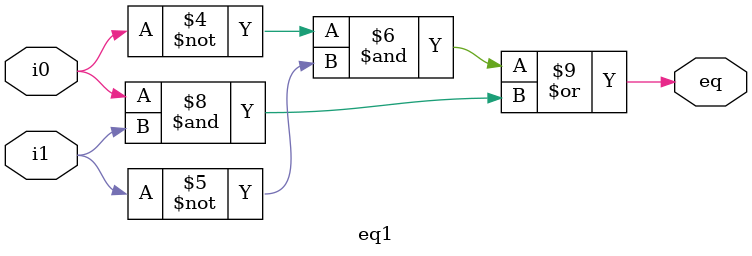
<source format=sv>
module eq1(
  input logic i0, i1,
  output logic eq
);

always_comb
begin
  logic tmp;
  tmp = 1'b0;
  tmp = tmp | (~i0 & ~i1);
  tmp = tmp | (i0 & i1);
  eq = tmp;
end

endmodule

</source>
